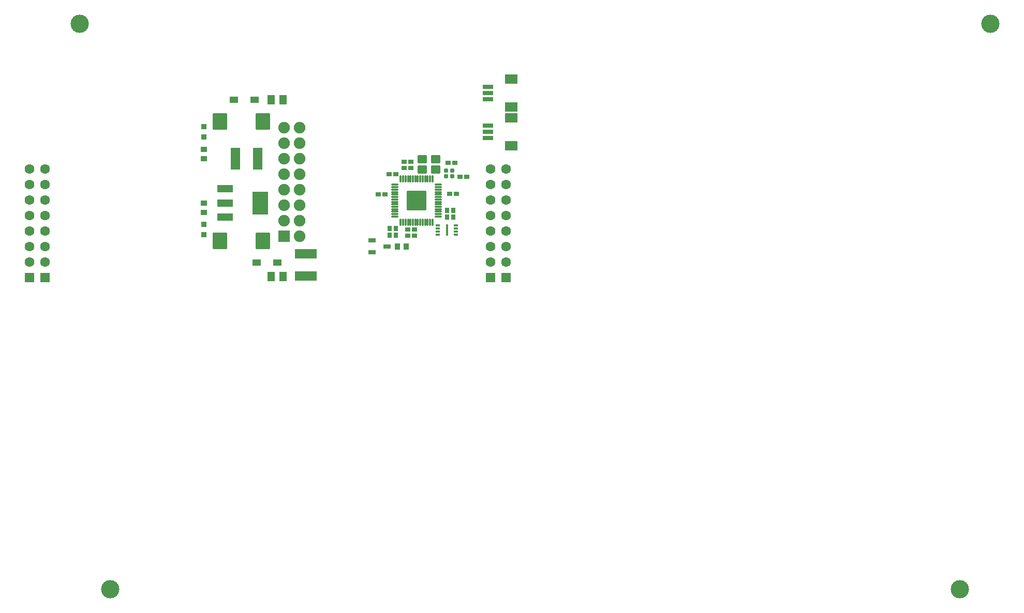
<source format=gts>
G04 Layer: TopSolderMaskLayer*
G04 EasyEDA v6.5.29, 2023-07-19 21:43:04*
G04 f8bcf56a654e41728208f455603ead28,5a6b42c53f6a479593ecc07194224c93,10*
G04 Gerber Generator version 0.2*
G04 Scale: 100 percent, Rotated: No, Reflected: No *
G04 Dimensions in millimeters *
G04 leading zeros omitted , absolute positions ,4 integer and 5 decimal *
%FSLAX45Y45*%
%MOMM*%

%AMMACRO1*1,1,$1,$2,$3*1,1,$1,$4,$5*1,1,$1,0-$2,0-$3*1,1,$1,0-$4,0-$5*20,1,$1,$2,$3,$4,$5,0*20,1,$1,$4,$5,0-$2,0-$3,0*20,1,$1,0-$2,0-$3,0-$4,0-$5,0*20,1,$1,0-$4,0-$5,$2,$3,0*4,1,4,$2,$3,$4,$5,0-$2,0-$3,0-$4,0-$5,$2,$3,0*%
%ADD10MACRO1,0.1016X0.9X-0.9X0.9X0.9*%
%ADD11C,1.9016*%
%ADD12MACRO1,0.1016X0.432X-0.4032X-0.432X-0.4032*%
%ADD13MACRO1,0.1016X0.432X0.4032X-0.432X0.4032*%
%ADD14MACRO1,0.1016X-0.432X0.4032X0.432X0.4032*%
%ADD15MACRO1,0.1016X-0.432X-0.4032X0.432X-0.4032*%
%ADD16MACRO1,0.1016X0.7033X1.7496X0.7033X-1.7496*%
%ADD17MACRO1,0.1016X-0.7033X1.7496X-0.7033X-1.7496*%
%ADD18MACRO1,0.1016X1.1038X1.296X1.1038X-1.296*%
%ADD19MACRO1,0.1016X-1.1038X1.296X-1.1038X-1.296*%
%ADD20MACRO1,0.1016X-1.2325X0.525X-1.2325X-0.525*%
%ADD21MACRO1,0.1016X-1.2325X-1.77X-1.2325X1.77*%
%ADD22MACRO1,0.1016X0.6X-0.475X-0.6X-0.475*%
%ADD23MACRO1,0.1016X-0.5663X0.6885X-0.5663X-0.6885*%
%ADD24MACRO1,0.1016X0.5663X0.6885X0.5663X-0.6885*%
%ADD25MACRO1,0.1016X0.4X-0.4X-0.4X-0.4*%
%ADD26MACRO1,0.1016X-0.4X0.4X0.4X0.4*%
%ADD27MACRO1,0.1016X1.7496X-0.7033X-1.7496X-0.7033*%
%ADD28MACRO1,0.1016X1.7496X0.7033X-1.7496X0.7033*%
%ADD29MACRO1,0.1016X-0.27X0.395X0.27X0.395*%
%ADD30MACRO1,0.1016X-0.27X-0.395X0.27X-0.395*%
%ADD31MACRO1,0.1016X-0.395X-0.27X-0.395X0.27*%
%ADD32MACRO1,0.1016X0.395X-0.27X0.395X0.27*%
%ADD33MACRO1,0.1016X0.27X-0.395X-0.27X-0.395*%
%ADD34MACRO1,0.1016X0.27X0.395X-0.27X0.395*%
%ADD35MACRO1,0.1016X-0.7X0.6X-0.7X-0.6*%
%ADD36MACRO1,0.1016X0.7X0.6X0.7X-0.6*%
%ADD37MACRO1,0.1016X0.7X-0.6X0.7X0.6*%
%ADD38MACRO1,0.1016X-0.7X-0.6X-0.7X0.6*%
%ADD39MACRO1,0.1X0.55X-0.1X-0.55X-0.1*%
%ADD40MACRO1,0.1X0.1X0.55X0.1X-0.55*%
%ADD41MACRO1,0.1X-0.55X0.1X0.55X0.1*%
%ADD42MACRO1,0.1X-0.1X-0.55X-0.1X0.55*%
%ADD43MACRO1,0.1X1.55X-1.55X-1.55X-1.55*%
%ADD44MACRO1,0.1016X0.395X0.27X0.395X-0.27*%
%ADD45MACRO1,0.1016X-0.395X0.27X-0.395X-0.27*%
%ADD46MACRO1,0.1016X0.3X-0.14X-0.3X-0.14*%
%ADD47MACRO1,0.1016X-0.15X0.85X0.15X0.85*%
%ADD48MACRO1,0.1016X-0.275X0.275X0.275X0.275*%
%ADD49MACRO1,0.1016X-0.775X-0.3X-0.775X0.3*%
%ADD50MACRO1,0.1016X-1X-0.75X-1X0.75*%
%ADD51MACRO1,0.1016X0.535X-0.3X-0.535X-0.3*%
%ADD52MACRO1,0.1016X0.4032X0.432X0.4032X-0.432*%
%ADD53MACRO1,0.1016X-0.4032X0.432X-0.4032X-0.432*%
%ADD54MACRO1,0.1016X-0.75X-0.75X-0.75X0.75*%
%ADD55C,1.6016*%
%ADD56C,3.0000*%
%ADD57C,0.0163*%

%LPD*%
D10*
G01*
X-2959092Y77597D03*
D11*
G01*
X-2705082Y77602D03*
G01*
X-2959082Y331602D03*
G01*
X-2705082Y331602D03*
G01*
X-2959082Y585602D03*
G01*
X-2705082Y585602D03*
G01*
X-2959082Y839602D03*
G01*
X-2705082Y839602D03*
G01*
X-2959082Y1093602D03*
G01*
X-2705082Y1093602D03*
G01*
X-2959082Y1347602D03*
G01*
X-2705082Y1347602D03*
G01*
X-2959082Y1601602D03*
G01*
X-2705082Y1601602D03*
G01*
X-2959082Y1855602D03*
G01*
X-2705082Y1855602D03*
D12*
G01*
X-4267192Y621424D03*
D13*
G01*
X-4267192Y470775D03*
D14*
G01*
X-4267192Y1347072D03*
D15*
G01*
X-4267192Y1497722D03*
D16*
G01*
X-3754026Y1346197D03*
D17*
G01*
X-3383358Y1346197D03*
D18*
G01*
X-4008716Y1955794D03*
D19*
G01*
X-3306467Y1955794D03*
D18*
G01*
X-4008716Y-5D03*
D19*
G01*
X-3306467Y-5D03*
D20*
G01*
X-3917942Y853693D03*
G01*
X-3917942Y623694D03*
G01*
X-3917942Y393694D03*
D21*
G01*
X-3346442Y623694D03*
D22*
G01*
X-3408494Y-355600D03*
G01*
X-3068490Y-355600D03*
G01*
X-3776794Y2312794D03*
G01*
X-3436790Y2312794D03*
D23*
G01*
X-2971863Y2312790D03*
D24*
G01*
X-3165116Y2312790D03*
D23*
G01*
X-2976768Y-584203D03*
D24*
G01*
X-3170021Y-584203D03*
D25*
G01*
X-4267192Y275589D03*
G01*
X-4267192Y105409D03*
D26*
G01*
X-4267192Y1705607D03*
G01*
X-4267192Y1875787D03*
D27*
G01*
X-2598590Y-206971D03*
D28*
G01*
X-2598590Y-577639D03*
D29*
G01*
X-1130297Y97891D03*
D30*
G01*
X-1130297Y206903D03*
D31*
G01*
X-821791Y190497D03*
D32*
G01*
X-930803Y190497D03*
D33*
G01*
X-1231897Y206903D03*
D34*
G01*
X-1231897Y97891D03*
D35*
G01*
X-474200Y1342288D03*
D36*
G01*
X-694199Y1342288D03*
D37*
G01*
X-694199Y1172286D03*
D38*
G01*
X-474200Y1172286D03*
D31*
G01*
X-161394Y1282700D03*
D32*
G01*
X-270405Y1282700D03*
D31*
G01*
X-885291Y1295397D03*
D32*
G01*
X-994303Y1295397D03*
D31*
G01*
X-885291Y1193797D03*
D32*
G01*
X-994303Y1193797D03*
D39*
G01*
X-432390Y400392D03*
G01*
X-432390Y440397D03*
G01*
X-432390Y480402D03*
G01*
X-432390Y520407D03*
G01*
X-432390Y560387D03*
G01*
X-432390Y600392D03*
G01*
X-432390Y640397D03*
G01*
X-432390Y680402D03*
G01*
X-432390Y720407D03*
G01*
X-432390Y760387D03*
G01*
X-432390Y800392D03*
G01*
X-432390Y840397D03*
G01*
X-432390Y880402D03*
G01*
X-432390Y920407D03*
D40*
G01*
X-527405Y1015395D03*
G01*
X-567385Y1015395D03*
G01*
X-607390Y1015395D03*
G01*
X-647395Y1015395D03*
G01*
X-687400Y1015395D03*
G01*
X-727405Y1015395D03*
G01*
X-767384Y1015395D03*
G01*
X-807389Y1015395D03*
G01*
X-847394Y1015395D03*
G01*
X-887399Y1015395D03*
G01*
X-927404Y1015395D03*
G01*
X-967384Y1015395D03*
G01*
X-1007389Y1015395D03*
G01*
X-1047394Y1015395D03*
D41*
G01*
X-1142408Y920407D03*
G01*
X-1142408Y880402D03*
G01*
X-1142408Y840397D03*
G01*
X-1142408Y800392D03*
G01*
X-1142408Y760387D03*
G01*
X-1142408Y720407D03*
G01*
X-1142408Y680402D03*
G01*
X-1142408Y640397D03*
G01*
X-1142408Y600392D03*
G01*
X-1142408Y560387D03*
G01*
X-1142408Y520407D03*
G01*
X-1142408Y480402D03*
G01*
X-1142408Y440397D03*
G01*
X-1142408Y400392D03*
D42*
G01*
X-1047394Y305404D03*
G01*
X-1007389Y305404D03*
G01*
X-967384Y305404D03*
G01*
X-927404Y305404D03*
G01*
X-887399Y305404D03*
G01*
X-847394Y305404D03*
G01*
X-807389Y305404D03*
G01*
X-767384Y305404D03*
G01*
X-727405Y305404D03*
G01*
X-687400Y305404D03*
G01*
X-647395Y305404D03*
G01*
X-607390Y305404D03*
G01*
X-567385Y305404D03*
G01*
X-527405Y305404D03*
D43*
G01*
X-787394Y660394D03*
D44*
G01*
X-930803Y88897D03*
D45*
G01*
X-821791Y88897D03*
D31*
G01*
X-1126591Y1092197D03*
D32*
G01*
X-1235603Y1092197D03*
D31*
G01*
X-1304391Y761997D03*
D32*
G01*
X-1413403Y761997D03*
D46*
G01*
X-442838Y252801D03*
G01*
X-442838Y202788D03*
G01*
X-442838Y152801D03*
G01*
X-442838Y102788D03*
G01*
X-141356Y252801D03*
G01*
X-141356Y202788D03*
G01*
X-141356Y152801D03*
G01*
X-141356Y102788D03*
D47*
G01*
X-292094Y177797D03*
D29*
G01*
X-292100Y389996D03*
D30*
G01*
X-292100Y499008D03*
D29*
G01*
X-190500Y389996D03*
D30*
G01*
X-190500Y499008D03*
D44*
G01*
X-245005Y774700D03*
D45*
G01*
X-135994Y774700D03*
D44*
G01*
X-79903Y1054097D03*
D45*
G01*
X29108Y1054097D03*
D48*
G01*
X-301501Y1152423D03*
G01*
X-301501Y1057407D03*
G01*
X-206479Y1057401D03*
G01*
X-206480Y1152423D03*
D49*
G01*
X377748Y1690697D03*
G01*
X377748Y1790697D03*
G01*
X377748Y1890697D03*
D50*
G01*
X765248Y2020698D03*
G01*
X765248Y1560699D03*
D51*
G01*
X-1520497Y6093D03*
G01*
X-1520497Y-183898D03*
G01*
X-1273497Y-88902D03*
D49*
G01*
X377748Y2325695D03*
G01*
X377748Y2425694D03*
G01*
X377748Y2525694D03*
D50*
G01*
X765248Y2655695D03*
G01*
X765248Y2195696D03*
D52*
G01*
X-1104022Y-88902D03*
D53*
G01*
X-953372Y-88902D03*
D54*
G01*
X-6870687Y-596898D03*
D55*
G01*
X-6870682Y-342894D03*
G01*
X-6870682Y-88894D03*
G01*
X-6870682Y165105D03*
G01*
X-6870682Y419105D03*
G01*
X-6870682Y673105D03*
G01*
X-6870682Y927105D03*
G01*
X-6870682Y1181105D03*
D54*
G01*
X419100Y-596898D03*
D55*
G01*
X419117Y-342894D03*
G01*
X419117Y-88894D03*
G01*
X419117Y165105D03*
G01*
X419117Y419105D03*
G01*
X419117Y673105D03*
G01*
X419117Y927105D03*
G01*
X419117Y1181105D03*
D54*
G01*
X-7124684Y-596898D03*
D55*
G01*
X-7124682Y-342894D03*
G01*
X-7124682Y-88894D03*
G01*
X-7124682Y165105D03*
G01*
X-7124682Y419105D03*
G01*
X-7124682Y673105D03*
G01*
X-7124682Y927105D03*
G01*
X-7124682Y1181105D03*
G01*
X673117Y1181105D03*
D54*
G01*
X673097Y-596898D03*
D55*
G01*
X673117Y-342894D03*
G01*
X673117Y-88894D03*
G01*
X673117Y165105D03*
G01*
X673117Y419105D03*
G01*
X673117Y673105D03*
G01*
X673117Y927105D03*
D56*
G01*
X-6302484Y3555891D03*
G01*
X8604268Y3555891D03*
G01*
X-5802485Y-5705279D03*
G01*
X8104269Y-5705279D03*
M02*

</source>
